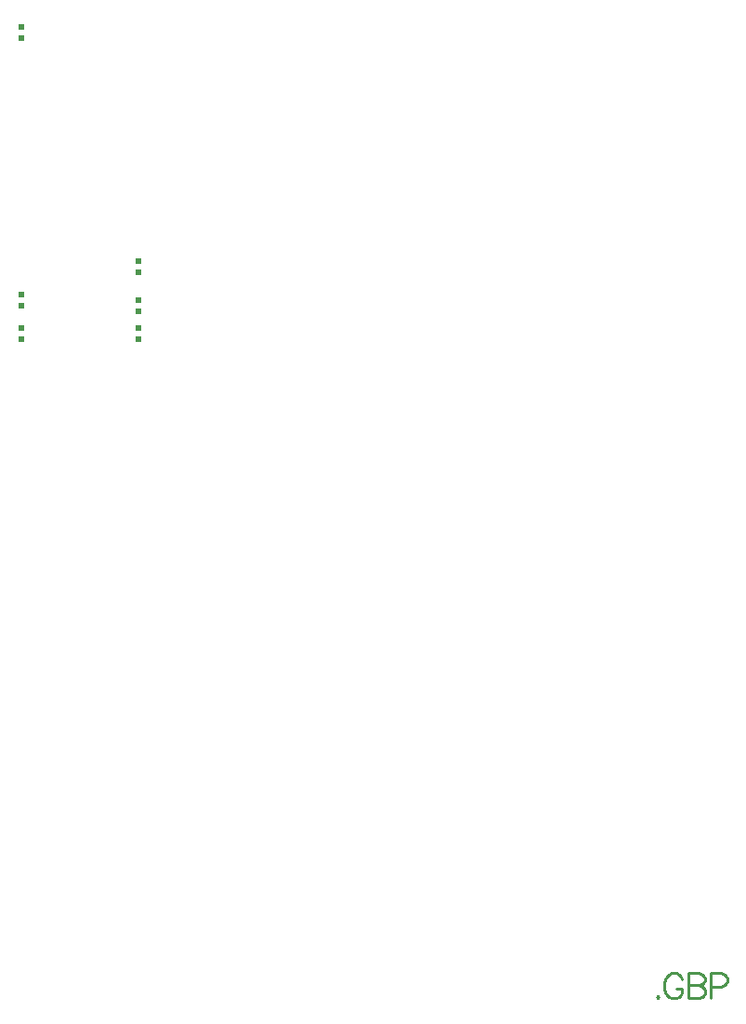
<source format=gbp>
%FSLAX44Y44*%
%MOMM*%
G71*
G01*
G75*
%ADD10C,0.2000*%
%ADD11C,0.4000*%
%ADD12C,0.3300*%
%ADD13C,0.2540*%
%ADD14C,0.2286*%
%ADD15C,1.4500*%
%ADD16R,1.4500X1.4500*%
%ADD17C,1.5000*%
%ADD18R,1.5000X1.5000*%
%ADD19R,0.6000X0.5000*%
%ADD20C,1.0000*%
%ADD21C,0.3000*%
%ADD22C,0.7000*%
%ADD23C,0.1500*%
%ADD24C,0.3500*%
%ADD25C,0.1270*%
D14*
X2872684Y1389144D02*
X2871596Y1388055D01*
X2872684Y1386967D01*
X2873772Y1388055D01*
X2872684Y1389144D01*
X2895104Y1404380D02*
X2894016Y1406557D01*
X2891839Y1408734D01*
X2889662Y1409822D01*
X2885309D01*
X2883132Y1408734D01*
X2880956Y1406557D01*
X2879867Y1404380D01*
X2878779Y1401115D01*
Y1395674D01*
X2879867Y1392409D01*
X2880956Y1390232D01*
X2883132Y1388055D01*
X2885309Y1386967D01*
X2889662D01*
X2891839Y1388055D01*
X2894016Y1390232D01*
X2895104Y1392409D01*
Y1395674D01*
X2889662D02*
X2895104D01*
X2900328Y1409822D02*
Y1386967D01*
Y1409822D02*
X2910123D01*
X2913388Y1408734D01*
X2914476Y1407645D01*
X2915565Y1405469D01*
Y1403292D01*
X2914476Y1401115D01*
X2913388Y1400027D01*
X2910123Y1398939D01*
X2900328D02*
X2910123D01*
X2913388Y1397850D01*
X2914476Y1396762D01*
X2915565Y1394585D01*
Y1391320D01*
X2914476Y1389144D01*
X2913388Y1388055D01*
X2910123Y1386967D01*
X2900328D01*
X2920680Y1397850D02*
X2930475D01*
X2933740Y1398939D01*
X2934828Y1400027D01*
X2935916Y1402204D01*
Y1405469D01*
X2934828Y1407645D01*
X2933740Y1408734D01*
X2930475Y1409822D01*
X2920680D01*
Y1386967D01*
D19*
X2292476Y2261997D02*
D03*
Y2271997D02*
D03*
X2399156Y2048637D02*
D03*
Y2058637D02*
D03*
X2292476Y2028157D02*
D03*
Y1997677D02*
D03*
X2399156D02*
D03*
Y2023077D02*
D03*
Y1987677D02*
D03*
X2292476Y2018157D02*
D03*
Y1987677D02*
D03*
X2399156Y2013077D02*
D03*
M02*

</source>
